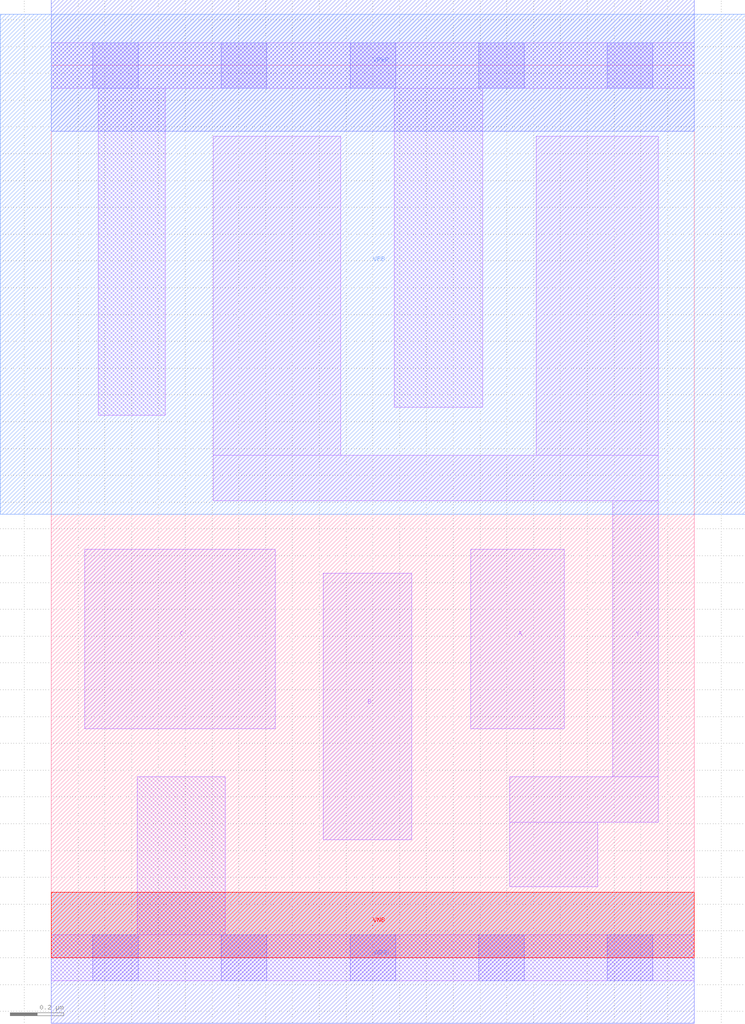
<source format=lef>
# Copyright 2020 The SkyWater PDK Authors
#
# Licensed under the Apache License, Version 2.0 (the "License");
# you may not use this file except in compliance with the License.
# You may obtain a copy of the License at
#
#     https://www.apache.org/licenses/LICENSE-2.0
#
# Unless required by applicable law or agreed to in writing, software
# distributed under the License is distributed on an "AS IS" BASIS,
# WITHOUT WARRANTIES OR CONDITIONS OF ANY KIND, either express or implied.
# See the License for the specific language governing permissions and
# limitations under the License.
#
# SPDX-License-Identifier: Apache-2.0

VERSION 5.7 ;
  NOWIREEXTENSIONATPIN ON ;
  DIVIDERCHAR "/" ;
  BUSBITCHARS "[]" ;
MACRO sky130_fd_sc_lp__nand3_lp
  CLASS CORE ;
  FOREIGN sky130_fd_sc_lp__nand3_lp ;
  ORIGIN  0.000000  0.000000 ;
  SIZE  2.400000 BY  3.330000 ;
  SYMMETRY X Y R90 ;
  SITE unit ;
  PIN A
    ANTENNAGATEAREA  0.313000 ;
    DIRECTION INPUT ;
    USE SIGNAL ;
    PORT
      LAYER li1 ;
        RECT 1.565000 0.855000 1.915000 1.525000 ;
    END
  END A
  PIN B
    ANTENNAGATEAREA  0.313000 ;
    DIRECTION INPUT ;
    USE SIGNAL ;
    PORT
      LAYER li1 ;
        RECT 1.015000 0.440000 1.345000 1.435000 ;
    END
  END B
  PIN C
    ANTENNAGATEAREA  0.313000 ;
    DIRECTION INPUT ;
    USE SIGNAL ;
    PORT
      LAYER li1 ;
        RECT 0.125000 0.855000 0.835000 1.525000 ;
    END
  END C
  PIN Y
    ANTENNADIFFAREA  0.684700 ;
    DIRECTION OUTPUT ;
    USE SIGNAL ;
    PORT
      LAYER li1 ;
        RECT 0.605000 1.705000 2.265000 1.875000 ;
        RECT 0.605000 1.875000 1.080000 3.065000 ;
        RECT 1.710000 0.265000 2.040000 0.505000 ;
        RECT 1.710000 0.505000 2.265000 0.675000 ;
        RECT 1.810000 1.875000 2.265000 3.065000 ;
        RECT 2.095000 0.675000 2.265000 1.705000 ;
    END
  END Y
  PIN VGND
    DIRECTION INOUT ;
    USE GROUND ;
    PORT
      LAYER met1 ;
        RECT 0.000000 -0.245000 2.400000 0.245000 ;
    END
  END VGND
  PIN VNB
    DIRECTION INOUT ;
    USE GROUND ;
    PORT
      LAYER pwell ;
        RECT 0.000000 0.000000 2.400000 0.245000 ;
    END
  END VNB
  PIN VPB
    DIRECTION INOUT ;
    USE POWER ;
    PORT
      LAYER nwell ;
        RECT -0.190000 1.655000 2.590000 3.520000 ;
    END
  END VPB
  PIN VPWR
    DIRECTION INOUT ;
    USE POWER ;
    PORT
      LAYER met1 ;
        RECT 0.000000 3.085000 2.400000 3.575000 ;
    END
  END VPWR
  OBS
    LAYER li1 ;
      RECT 0.000000 -0.085000 2.400000 0.085000 ;
      RECT 0.000000  3.245000 2.400000 3.415000 ;
      RECT 0.175000  2.025000 0.425000 3.245000 ;
      RECT 0.320000  0.085000 0.650000 0.675000 ;
      RECT 1.280000  2.055000 1.610000 3.245000 ;
    LAYER mcon ;
      RECT 0.155000 -0.085000 0.325000 0.085000 ;
      RECT 0.155000  3.245000 0.325000 3.415000 ;
      RECT 0.635000 -0.085000 0.805000 0.085000 ;
      RECT 0.635000  3.245000 0.805000 3.415000 ;
      RECT 1.115000 -0.085000 1.285000 0.085000 ;
      RECT 1.115000  3.245000 1.285000 3.415000 ;
      RECT 1.595000 -0.085000 1.765000 0.085000 ;
      RECT 1.595000  3.245000 1.765000 3.415000 ;
      RECT 2.075000 -0.085000 2.245000 0.085000 ;
      RECT 2.075000  3.245000 2.245000 3.415000 ;
  END
END sky130_fd_sc_lp__nand3_lp
END LIBRARY

</source>
